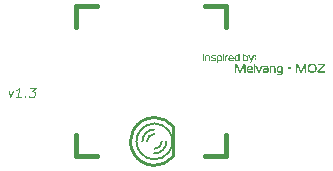
<source format=gto>
G04 (created by PCBNEW (2013-may-18)-stable) date Sun 22 Nov 2015 10:31:23 PM EST*
%MOIN*%
G04 Gerber Fmt 3.4, Leading zero omitted, Abs format*
%FSLAX34Y34*%
G01*
G70*
G90*
G04 APERTURE LIST*
%ADD10C,0.00590551*%
%ADD11C,0.00472441*%
%ADD12C,0.0001*%
%ADD13C,0.01*%
%ADD14C,0.006*%
%ADD15C,0.015*%
G04 APERTURE END LIST*
G54D10*
G54D11*
X93240Y-43817D02*
X93289Y-44027D01*
X93390Y-43817D01*
X93649Y-44027D02*
X93469Y-44027D01*
X93559Y-44027D02*
X93598Y-43712D01*
X93562Y-43757D01*
X93529Y-43787D01*
X93497Y-43802D01*
X93787Y-43997D02*
X93800Y-44012D01*
X93784Y-44027D01*
X93770Y-44012D01*
X93787Y-43997D01*
X93784Y-44027D01*
X93943Y-43712D02*
X94138Y-43712D01*
X94018Y-43832D01*
X94063Y-43832D01*
X94091Y-43847D01*
X94104Y-43862D01*
X94115Y-43892D01*
X94106Y-43967D01*
X94087Y-43997D01*
X94070Y-44012D01*
X94039Y-44027D01*
X93949Y-44027D01*
X93920Y-44012D01*
X93907Y-43997D01*
G54D12*
G36*
X99721Y-42821D02*
X99763Y-42821D01*
X99763Y-42632D01*
X99721Y-42632D01*
X99721Y-42821D01*
X99721Y-42821D01*
G37*
G36*
X99763Y-42604D02*
X99763Y-42571D01*
X99721Y-42571D01*
X99721Y-42604D01*
X99763Y-42604D01*
X99763Y-42604D01*
G37*
G36*
X99791Y-42821D02*
X99833Y-42821D01*
X99833Y-42674D01*
X99833Y-42670D01*
X99835Y-42666D01*
X99839Y-42664D01*
X99843Y-42664D01*
X99885Y-42664D01*
X99903Y-42667D01*
X99915Y-42675D01*
X99921Y-42691D01*
X99923Y-42709D01*
X99923Y-42821D01*
X99965Y-42821D01*
X99965Y-42696D01*
X99963Y-42679D01*
X99959Y-42665D01*
X99953Y-42655D01*
X99946Y-42647D01*
X99934Y-42639D01*
X99921Y-42634D01*
X99908Y-42632D01*
X99893Y-42632D01*
X99826Y-42632D01*
X99812Y-42633D01*
X99798Y-42640D01*
X99792Y-42651D01*
X99791Y-42661D01*
X99791Y-42821D01*
X99791Y-42821D01*
X99791Y-42821D01*
G37*
G36*
X99990Y-42821D02*
X100111Y-42821D01*
X100126Y-42820D01*
X100142Y-42813D01*
X100152Y-42799D01*
X100156Y-42788D01*
X100158Y-42773D01*
X100155Y-42756D01*
X100146Y-42738D01*
X100138Y-42731D01*
X100128Y-42726D01*
X100115Y-42722D01*
X100099Y-42717D01*
X100058Y-42705D01*
X100053Y-42704D01*
X100047Y-42702D01*
X100040Y-42699D01*
X100035Y-42696D01*
X100029Y-42688D01*
X100029Y-42681D01*
X100029Y-42674D01*
X100034Y-42667D01*
X100041Y-42664D01*
X100049Y-42664D01*
X100149Y-42664D01*
X100149Y-42632D01*
X100042Y-42632D01*
X100030Y-42632D01*
X100018Y-42634D01*
X100007Y-42639D01*
X99997Y-42648D01*
X99989Y-42664D01*
X99988Y-42680D01*
X99989Y-42696D01*
X99997Y-42712D01*
X100013Y-42726D01*
X100024Y-42731D01*
X100038Y-42735D01*
X100075Y-42745D01*
X100091Y-42750D01*
X100100Y-42753D01*
X100106Y-42756D01*
X100109Y-42757D01*
X100113Y-42764D01*
X100114Y-42772D01*
X100114Y-42777D01*
X100111Y-42783D01*
X100104Y-42788D01*
X100097Y-42789D01*
X99990Y-42789D01*
X99990Y-42821D01*
X99990Y-42821D01*
X99990Y-42821D01*
G37*
G36*
X100223Y-42821D02*
X100223Y-42789D01*
X100223Y-42673D01*
X100226Y-42666D01*
X100228Y-42665D01*
X100232Y-42664D01*
X100273Y-42664D01*
X100285Y-42665D01*
X100296Y-42670D01*
X100309Y-42685D01*
X100312Y-42698D01*
X100314Y-42709D01*
X100314Y-42726D01*
X100313Y-42744D01*
X100312Y-42757D01*
X100306Y-42771D01*
X100294Y-42783D01*
X100284Y-42787D01*
X100270Y-42789D01*
X100223Y-42789D01*
X100223Y-42789D01*
X100223Y-42821D01*
X100276Y-42821D01*
X100292Y-42820D01*
X100309Y-42817D01*
X100327Y-42809D01*
X100342Y-42794D01*
X100350Y-42778D01*
X100355Y-42760D01*
X100357Y-42741D01*
X100357Y-42722D01*
X100357Y-42706D01*
X100354Y-42687D01*
X100348Y-42669D01*
X100337Y-42652D01*
X100323Y-42641D01*
X100307Y-42635D01*
X100293Y-42632D01*
X100282Y-42632D01*
X100215Y-42632D01*
X100204Y-42633D01*
X100192Y-42638D01*
X100185Y-42646D01*
X100181Y-42661D01*
X100181Y-42882D01*
X100223Y-42882D01*
X100223Y-42821D01*
X100223Y-42821D01*
X100223Y-42821D01*
G37*
G36*
X100381Y-42821D02*
X100422Y-42821D01*
X100422Y-42632D01*
X100381Y-42632D01*
X100381Y-42821D01*
X100381Y-42821D01*
G37*
G36*
X100422Y-42604D02*
X100422Y-42571D01*
X100381Y-42571D01*
X100381Y-42604D01*
X100422Y-42604D01*
X100422Y-42604D01*
G37*
G36*
X100451Y-42821D02*
X100493Y-42821D01*
X100493Y-42714D01*
X100495Y-42694D01*
X100502Y-42677D01*
X100520Y-42666D01*
X100538Y-42664D01*
X100556Y-42664D01*
X100556Y-42632D01*
X100527Y-42632D01*
X100515Y-42632D01*
X100500Y-42634D01*
X100485Y-42639D01*
X100471Y-42648D01*
X100461Y-42659D01*
X100455Y-42673D01*
X100452Y-42688D01*
X100451Y-42703D01*
X100451Y-42821D01*
X100451Y-42821D01*
X100451Y-42821D01*
G37*
G36*
X100742Y-42821D02*
X100742Y-42789D01*
X100649Y-42789D01*
X100637Y-42788D01*
X100626Y-42785D01*
X100617Y-42778D01*
X100611Y-42766D01*
X100609Y-42754D01*
X100608Y-42740D01*
X100695Y-42708D01*
X100608Y-42708D01*
X100608Y-42708D01*
X100610Y-42691D01*
X100617Y-42676D01*
X100626Y-42668D01*
X100637Y-42664D01*
X100647Y-42663D01*
X100657Y-42663D01*
X100675Y-42664D01*
X100692Y-42672D01*
X100701Y-42682D01*
X100705Y-42697D01*
X100703Y-42704D01*
X100695Y-42708D01*
X100608Y-42740D01*
X100718Y-42740D01*
X100729Y-42739D01*
X100739Y-42733D01*
X100746Y-42719D01*
X100748Y-42704D01*
X100747Y-42687D01*
X100742Y-42670D01*
X100734Y-42655D01*
X100721Y-42643D01*
X100707Y-42636D01*
X100691Y-42633D01*
X100675Y-42631D01*
X100658Y-42631D01*
X100643Y-42631D01*
X100624Y-42633D01*
X100605Y-42638D01*
X100588Y-42649D01*
X100575Y-42664D01*
X100569Y-42682D01*
X100566Y-42703D01*
X100565Y-42715D01*
X100565Y-42728D01*
X100566Y-42747D01*
X100567Y-42765D01*
X100571Y-42782D01*
X100579Y-42797D01*
X100592Y-42810D01*
X100606Y-42817D01*
X100622Y-42821D01*
X100637Y-42821D01*
X100742Y-42821D01*
X100742Y-42821D01*
X100742Y-42821D01*
G37*
G36*
X100900Y-42571D02*
X100900Y-42664D01*
X100900Y-42773D01*
X100900Y-42779D01*
X100897Y-42786D01*
X100891Y-42788D01*
X100886Y-42789D01*
X100853Y-42789D01*
X100843Y-42788D01*
X100832Y-42785D01*
X100822Y-42779D01*
X100814Y-42767D01*
X100811Y-42756D01*
X100810Y-42744D01*
X100809Y-42725D01*
X100810Y-42708D01*
X100812Y-42696D01*
X100818Y-42681D01*
X100825Y-42672D01*
X100834Y-42667D01*
X100853Y-42664D01*
X100900Y-42664D01*
X100900Y-42664D01*
X100900Y-42571D01*
X100900Y-42632D01*
X100844Y-42632D01*
X100830Y-42632D01*
X100814Y-42636D01*
X100796Y-42644D01*
X100788Y-42651D01*
X100781Y-42660D01*
X100773Y-42675D01*
X100769Y-42691D01*
X100767Y-42708D01*
X100766Y-42723D01*
X100767Y-42745D01*
X100769Y-42761D01*
X100772Y-42774D01*
X100775Y-42783D01*
X100781Y-42795D01*
X100788Y-42803D01*
X100804Y-42814D01*
X100820Y-42820D01*
X100836Y-42821D01*
X100910Y-42821D01*
X100924Y-42819D01*
X100936Y-42811D01*
X100941Y-42801D01*
X100942Y-42788D01*
X100942Y-42571D01*
X100900Y-42571D01*
X100900Y-42571D01*
X100900Y-42571D01*
G37*
G36*
X101054Y-42571D02*
X101054Y-42789D01*
X101095Y-42664D01*
X101141Y-42664D01*
X101151Y-42664D01*
X101162Y-42668D01*
X101172Y-42674D01*
X101180Y-42684D01*
X101183Y-42697D01*
X101185Y-42710D01*
X101186Y-42729D01*
X101185Y-42746D01*
X101183Y-42757D01*
X101180Y-42769D01*
X101171Y-42781D01*
X101160Y-42786D01*
X101150Y-42788D01*
X101140Y-42789D01*
X101110Y-42789D01*
X101103Y-42788D01*
X101098Y-42786D01*
X101095Y-42779D01*
X101095Y-42773D01*
X101095Y-42664D01*
X101095Y-42664D01*
X101054Y-42789D01*
X101055Y-42801D01*
X101062Y-42813D01*
X101076Y-42820D01*
X101092Y-42821D01*
X101152Y-42821D01*
X101169Y-42820D01*
X101187Y-42816D01*
X101203Y-42806D01*
X101217Y-42790D01*
X101222Y-42779D01*
X101226Y-42766D01*
X101228Y-42748D01*
X101229Y-42727D01*
X101229Y-42710D01*
X101227Y-42693D01*
X101223Y-42677D01*
X101217Y-42663D01*
X101203Y-42646D01*
X101186Y-42637D01*
X101168Y-42633D01*
X101151Y-42632D01*
X101095Y-42632D01*
X101095Y-42571D01*
X101054Y-42571D01*
X101054Y-42571D01*
X101054Y-42571D01*
G37*
G36*
X101441Y-42632D02*
X101398Y-42632D01*
X101334Y-42777D01*
X101273Y-42632D01*
X101230Y-42632D01*
X101314Y-42820D01*
X101285Y-42882D01*
X101328Y-42882D01*
X101441Y-42632D01*
X101441Y-42632D01*
G37*
G36*
X101497Y-42677D02*
X101497Y-42632D01*
X101454Y-42632D01*
X101454Y-42677D01*
X101497Y-42677D01*
X101497Y-42677D01*
G37*
G36*
X101072Y-42980D02*
X101075Y-42974D01*
X101079Y-42971D01*
X101082Y-42972D01*
X101084Y-42979D01*
X101083Y-43205D01*
X101137Y-43205D01*
X101137Y-42950D01*
X101134Y-42933D01*
X101124Y-42921D01*
X101109Y-42914D01*
X101091Y-42912D01*
X101076Y-42913D01*
X101062Y-42918D01*
X101049Y-42929D01*
X101039Y-42949D01*
X100964Y-43143D01*
X100960Y-43151D01*
X100956Y-43154D01*
X100952Y-43151D01*
X100949Y-43143D01*
X100873Y-42949D01*
X100867Y-42935D01*
X100857Y-42923D01*
X100843Y-42914D01*
X100822Y-42912D01*
X100811Y-42912D01*
X100796Y-42917D01*
X100782Y-42928D01*
X100777Y-42937D01*
X100776Y-42950D01*
X100776Y-43205D01*
X100830Y-43205D01*
X100829Y-42979D01*
X100829Y-42975D01*
X100834Y-42971D01*
X100838Y-42974D01*
X100841Y-42980D01*
X100915Y-43174D01*
X100920Y-43187D01*
X100928Y-43198D01*
X100939Y-43206D01*
X100956Y-43209D01*
X100973Y-43206D01*
X100984Y-43200D01*
X100991Y-43189D01*
X100998Y-43174D01*
X101072Y-42980D01*
X101072Y-42980D01*
X101072Y-42980D01*
G37*
G36*
X101378Y-43205D02*
X101378Y-43168D01*
X101271Y-43168D01*
X101257Y-43167D01*
X101244Y-43164D01*
X101233Y-43156D01*
X101226Y-43142D01*
X101224Y-43128D01*
X101223Y-43112D01*
X101223Y-43074D01*
X101225Y-43054D01*
X101233Y-43037D01*
X101244Y-43028D01*
X101257Y-43024D01*
X101269Y-43022D01*
X101279Y-43022D01*
X101301Y-43024D01*
X101311Y-43026D01*
X101321Y-43032D01*
X101330Y-43044D01*
X101335Y-43061D01*
X101333Y-43070D01*
X101324Y-43074D01*
X101223Y-43074D01*
X101223Y-43074D01*
X101223Y-43112D01*
X101351Y-43112D01*
X101364Y-43110D01*
X101375Y-43103D01*
X101384Y-43088D01*
X101385Y-43070D01*
X101384Y-43050D01*
X101379Y-43030D01*
X101369Y-43013D01*
X101354Y-42999D01*
X101338Y-42991D01*
X101320Y-42987D01*
X101301Y-42985D01*
X101281Y-42985D01*
X101263Y-42985D01*
X101242Y-42988D01*
X101230Y-42990D01*
X101219Y-42993D01*
X101209Y-42998D01*
X101199Y-43005D01*
X101191Y-43014D01*
X101185Y-43023D01*
X101180Y-43033D01*
X101177Y-43044D01*
X101175Y-43056D01*
X101174Y-43069D01*
X101173Y-43083D01*
X101173Y-43098D01*
X101174Y-43119D01*
X101176Y-43141D01*
X101180Y-43160D01*
X101189Y-43178D01*
X101204Y-43193D01*
X101221Y-43201D01*
X101239Y-43205D01*
X101256Y-43205D01*
X101378Y-43205D01*
X101378Y-43205D01*
X101378Y-43205D01*
G37*
G36*
X101412Y-43205D02*
X101461Y-43205D01*
X101461Y-42915D01*
X101412Y-42915D01*
X101412Y-43205D01*
X101412Y-43205D01*
G37*
G36*
X101518Y-42985D02*
X101468Y-42985D01*
X101552Y-43188D01*
X101559Y-43200D01*
X101568Y-43205D01*
X101578Y-43207D01*
X101586Y-43208D01*
X101595Y-43207D01*
X101604Y-43205D01*
X101612Y-43200D01*
X101619Y-43188D01*
X101703Y-42985D01*
X101653Y-42985D01*
X101591Y-43149D01*
X101589Y-43154D01*
X101586Y-43157D01*
X101582Y-43154D01*
X101580Y-43149D01*
X101518Y-42985D01*
X101518Y-42985D01*
X101518Y-42985D01*
G37*
G36*
X101720Y-42985D02*
X101720Y-43023D01*
X101829Y-43023D01*
X101841Y-43024D01*
X101852Y-43032D01*
X101857Y-43043D01*
X101858Y-43053D01*
X101858Y-43068D01*
X101858Y-43106D01*
X101858Y-43156D01*
X101858Y-43161D01*
X101855Y-43166D01*
X101849Y-43168D01*
X101844Y-43168D01*
X101777Y-43168D01*
X101768Y-43166D01*
X101761Y-43161D01*
X101755Y-43149D01*
X101754Y-43137D01*
X101756Y-43120D01*
X101760Y-43113D01*
X101769Y-43107D01*
X101778Y-43106D01*
X101858Y-43106D01*
X101858Y-43106D01*
X101858Y-43068D01*
X101763Y-43068D01*
X101744Y-43071D01*
X101733Y-43074D01*
X101723Y-43081D01*
X101713Y-43093D01*
X101707Y-43106D01*
X101705Y-43120D01*
X101704Y-43135D01*
X101705Y-43149D01*
X101707Y-43165D01*
X101712Y-43181D01*
X101723Y-43195D01*
X101733Y-43201D01*
X101743Y-43204D01*
X101763Y-43205D01*
X101868Y-43205D01*
X101884Y-43204D01*
X101898Y-43197D01*
X101905Y-43183D01*
X101907Y-43168D01*
X101907Y-43054D01*
X101906Y-43037D01*
X101902Y-43023D01*
X101897Y-43011D01*
X101891Y-43002D01*
X101882Y-42995D01*
X101871Y-42990D01*
X101859Y-42987D01*
X101845Y-42985D01*
X101720Y-42985D01*
X101720Y-42985D01*
X101720Y-42985D01*
G37*
G36*
X101940Y-43205D02*
X101989Y-43205D01*
X101989Y-43034D01*
X101989Y-43030D01*
X101991Y-43025D01*
X101995Y-43023D01*
X101999Y-43023D01*
X102049Y-43023D01*
X102070Y-43026D01*
X102084Y-43036D01*
X102091Y-43054D01*
X102093Y-43075D01*
X102093Y-43205D01*
X102141Y-43205D01*
X102141Y-43061D01*
X102140Y-43040D01*
X102135Y-43024D01*
X102128Y-43013D01*
X102120Y-43003D01*
X102106Y-42994D01*
X102091Y-42988D01*
X102075Y-42986D01*
X102058Y-42985D01*
X101981Y-42985D01*
X101964Y-42987D01*
X101947Y-42995D01*
X101941Y-43007D01*
X101940Y-43019D01*
X101940Y-43205D01*
X101940Y-43205D01*
X101940Y-43205D01*
G37*
G36*
X102184Y-43278D02*
X102288Y-43278D01*
X102303Y-43277D01*
X102323Y-43273D01*
X102333Y-43270D01*
X102330Y-43168D01*
X102273Y-43168D01*
X102251Y-43166D01*
X102240Y-43163D01*
X102231Y-43155D01*
X102227Y-43149D01*
X102223Y-43138D01*
X102220Y-43121D01*
X102219Y-43110D01*
X102219Y-43096D01*
X102219Y-43085D01*
X102220Y-43068D01*
X102224Y-43051D01*
X102232Y-43037D01*
X102248Y-43027D01*
X102258Y-43024D01*
X102270Y-43023D01*
X102311Y-43023D01*
X102318Y-43024D01*
X102324Y-43026D01*
X102329Y-43032D01*
X102330Y-43040D01*
X102330Y-43168D01*
X102330Y-43168D01*
X102333Y-43270D01*
X102343Y-43266D01*
X102353Y-43260D01*
X102361Y-43251D01*
X102370Y-43237D01*
X102375Y-43220D01*
X102378Y-43201D01*
X102379Y-43181D01*
X102379Y-43026D01*
X102376Y-43010D01*
X102366Y-42994D01*
X102349Y-42987D01*
X102330Y-42985D01*
X102259Y-42985D01*
X102242Y-42986D01*
X102225Y-42989D01*
X102208Y-42996D01*
X102192Y-43010D01*
X102180Y-43026D01*
X102173Y-43046D01*
X102170Y-43060D01*
X102169Y-43075D01*
X102169Y-43092D01*
X102169Y-43114D01*
X102171Y-43134D01*
X102175Y-43151D01*
X102179Y-43165D01*
X102186Y-43177D01*
X102200Y-43193D01*
X102217Y-43201D01*
X102234Y-43205D01*
X102252Y-43205D01*
X102330Y-43205D01*
X102326Y-43220D01*
X102317Y-43231D01*
X102308Y-43236D01*
X102296Y-43239D01*
X102276Y-43241D01*
X102184Y-43241D01*
X102184Y-43278D01*
X102184Y-43278D01*
X102184Y-43278D01*
G37*
G36*
X103103Y-42980D02*
X103106Y-42974D01*
X103110Y-42971D01*
X103113Y-42972D01*
X103115Y-42979D01*
X103113Y-43205D01*
X103168Y-43205D01*
X103168Y-42950D01*
X103165Y-42933D01*
X103155Y-42921D01*
X103140Y-42914D01*
X103121Y-42912D01*
X103106Y-42913D01*
X103092Y-42918D01*
X103080Y-42929D01*
X103070Y-42949D01*
X102995Y-43143D01*
X102991Y-43151D01*
X102987Y-43154D01*
X102983Y-43151D01*
X102979Y-43143D01*
X102904Y-42949D01*
X102897Y-42935D01*
X102888Y-42923D01*
X102874Y-42914D01*
X102853Y-42912D01*
X102842Y-42912D01*
X102826Y-42917D01*
X102812Y-42928D01*
X102808Y-42937D01*
X102806Y-42950D01*
X102806Y-43205D01*
X102861Y-43205D01*
X102860Y-42979D01*
X102860Y-42975D01*
X102864Y-42971D01*
X102868Y-42974D01*
X102871Y-42980D01*
X102945Y-43174D01*
X102951Y-43187D01*
X102958Y-43198D01*
X102970Y-43206D01*
X102987Y-43209D01*
X103003Y-43206D01*
X103014Y-43200D01*
X103022Y-43189D01*
X103028Y-43174D01*
X103103Y-42980D01*
X103103Y-42980D01*
X103103Y-42980D01*
G37*
G36*
X103359Y-42912D02*
X103345Y-42912D01*
X103284Y-42979D01*
X103298Y-42966D01*
X103316Y-42959D01*
X103336Y-42956D01*
X103358Y-42955D01*
X103380Y-42956D01*
X103401Y-42959D01*
X103419Y-42966D01*
X103434Y-42979D01*
X103440Y-42989D01*
X103446Y-43005D01*
X103448Y-43016D01*
X103450Y-43028D01*
X103451Y-43043D01*
X103451Y-43060D01*
X103451Y-43077D01*
X103450Y-43091D01*
X103448Y-43103D01*
X103446Y-43114D01*
X103440Y-43130D01*
X103434Y-43141D01*
X103419Y-43154D01*
X103400Y-43161D01*
X103380Y-43165D01*
X103358Y-43165D01*
X103336Y-43165D01*
X103316Y-43161D01*
X103298Y-43154D01*
X103284Y-43141D01*
X103277Y-43130D01*
X103271Y-43114D01*
X103269Y-43103D01*
X103267Y-43091D01*
X103266Y-43077D01*
X103266Y-43060D01*
X103266Y-43060D01*
X103266Y-43039D01*
X103268Y-43022D01*
X103270Y-43008D01*
X103276Y-42992D01*
X103284Y-42979D01*
X103345Y-42912D01*
X103330Y-42912D01*
X103315Y-42913D01*
X103300Y-42915D01*
X103285Y-42919D01*
X103270Y-42924D01*
X103256Y-42932D01*
X103243Y-42942D01*
X103232Y-42954D01*
X103224Y-42968D01*
X103219Y-42983D01*
X103214Y-42998D01*
X103212Y-43013D01*
X103210Y-43029D01*
X103210Y-43045D01*
X103209Y-43060D01*
X103210Y-43073D01*
X103210Y-43088D01*
X103211Y-43104D01*
X103214Y-43120D01*
X103218Y-43135D01*
X103224Y-43151D01*
X103232Y-43165D01*
X103243Y-43178D01*
X103256Y-43188D01*
X103270Y-43196D01*
X103285Y-43201D01*
X103300Y-43205D01*
X103316Y-43207D01*
X103331Y-43208D01*
X103345Y-43209D01*
X103359Y-43209D01*
X103372Y-43209D01*
X103387Y-43208D01*
X103402Y-43207D01*
X103417Y-43205D01*
X103433Y-43201D01*
X103448Y-43196D01*
X103462Y-43188D01*
X103475Y-43178D01*
X103485Y-43166D01*
X103493Y-43153D01*
X103498Y-43138D01*
X103502Y-43122D01*
X103505Y-43107D01*
X103507Y-43091D01*
X103508Y-43075D01*
X103508Y-43060D01*
X103508Y-43046D01*
X103507Y-43030D01*
X103505Y-43014D01*
X103502Y-42998D01*
X103498Y-42982D01*
X103493Y-42968D01*
X103485Y-42954D01*
X103475Y-42942D01*
X103462Y-42932D01*
X103448Y-42924D01*
X103433Y-42919D01*
X103417Y-42915D01*
X103402Y-42913D01*
X103387Y-42912D01*
X103372Y-42912D01*
X103359Y-42912D01*
X103359Y-42912D01*
X103359Y-42912D01*
G37*
G36*
X103773Y-43205D02*
X103773Y-43162D01*
X103602Y-43162D01*
X103598Y-43161D01*
X103597Y-43157D01*
X103598Y-43153D01*
X103601Y-43150D01*
X103761Y-42980D01*
X103773Y-42966D01*
X103777Y-42957D01*
X103778Y-42945D01*
X103775Y-42930D01*
X103768Y-42921D01*
X103757Y-42916D01*
X103745Y-42915D01*
X103536Y-42915D01*
X103536Y-42958D01*
X103699Y-42958D01*
X103705Y-42961D01*
X103707Y-42964D01*
X103705Y-42968D01*
X103702Y-42973D01*
X103543Y-43137D01*
X103531Y-43153D01*
X103527Y-43163D01*
X103525Y-43176D01*
X103529Y-43193D01*
X103540Y-43201D01*
X103553Y-43205D01*
X103565Y-43205D01*
X103773Y-43205D01*
X103773Y-43205D01*
X103773Y-43205D01*
G37*
G36*
X102640Y-43050D02*
X102636Y-43069D01*
X102625Y-43084D01*
X102610Y-43094D01*
X102591Y-43098D01*
X102573Y-43094D01*
X102557Y-43084D01*
X102547Y-43069D01*
X102543Y-43050D01*
X102547Y-43031D01*
X102557Y-43016D01*
X102573Y-43005D01*
X102591Y-43001D01*
X102610Y-43005D01*
X102625Y-43016D01*
X102636Y-43031D01*
X102640Y-43050D01*
X102640Y-43050D01*
G37*
G36*
X101497Y-42771D02*
X101497Y-42727D01*
X101454Y-42727D01*
X101454Y-42771D01*
X101497Y-42771D01*
X101497Y-42771D01*
G37*
G54D13*
X98720Y-46000D02*
X98720Y-45000D01*
G54D14*
X97639Y-45115D02*
G75*
G03X97500Y-45500I460J-384D01*
G74*
G01*
X97500Y-45500D02*
G75*
G03X97651Y-45897I599J0D01*
G74*
G01*
X98699Y-45500D02*
G75*
G03X98555Y-45110I-599J0D01*
G74*
G01*
X98560Y-45884D02*
G75*
G03X98700Y-45500I-460J384D01*
G74*
G01*
X98587Y-45150D02*
G75*
G03X98100Y-44900I-487J-349D01*
G74*
G01*
X98100Y-44900D02*
G75*
G03X97620Y-45139I0J-600D01*
G74*
G01*
X98100Y-46099D02*
G75*
G03X98572Y-45868I0J599D01*
G74*
G01*
X97626Y-45868D02*
G75*
G03X98100Y-46100I473J368D01*
G74*
G01*
X98100Y-45250D02*
G75*
G03X97850Y-45500I0J-250D01*
G74*
G01*
X98100Y-45100D02*
G75*
G03X97700Y-45500I0J-400D01*
G74*
G01*
X98100Y-45750D02*
G75*
G03X98350Y-45500I0J250D01*
G74*
G01*
X98100Y-45900D02*
G75*
G03X98500Y-45500I0J400D01*
G74*
G01*
G54D13*
X98713Y-44986D02*
G75*
G03X98100Y-44700I-613J-513D01*
G74*
G01*
X98100Y-44701D02*
G75*
G03X97395Y-45123I0J-799D01*
G74*
G01*
X98101Y-46298D02*
G75*
G03X98710Y-46015I-1J798D01*
G74*
G01*
X97405Y-45897D02*
G75*
G03X98100Y-46300I694J397D01*
G74*
G01*
X97395Y-45120D02*
G75*
G03X97300Y-45500I704J-379D01*
G74*
G01*
X97300Y-45500D02*
G75*
G03X97418Y-45918I799J0D01*
G74*
G01*
G54D15*
X95500Y-41000D02*
X96200Y-41000D01*
X99800Y-41000D02*
X100500Y-41000D01*
X100500Y-41000D02*
X100500Y-41700D01*
X100500Y-45300D02*
X100500Y-46000D01*
X100500Y-46000D02*
X99800Y-46000D01*
X96200Y-46000D02*
X95500Y-46000D01*
X95500Y-46000D02*
X95500Y-45300D01*
X95500Y-41700D02*
X95500Y-41000D01*
G54D13*
M02*

</source>
